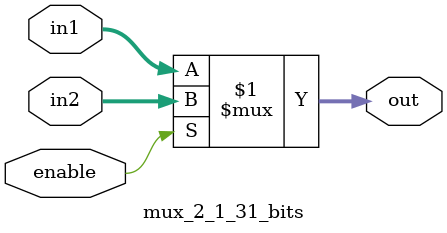
<source format=v>
module multdiv(data_operandA, data_operandB,
				ctrl_MULT, ctrl_DIV, clock, data_result, data_exception, data_resultRDY);
				
	input [31:0] data_operandA, data_operandB; 
	input ctrl_MULT, ctrl_DIV, clock;
	
	output [31:0] data_result;
	output data_exception, data_resultRDY; 
	
	wire [31:0] data_result_mult, data_result_div;
	wire data_exception_mult, data_exception_div, data_resultRDY_mult, data_resultRDY_div;
	
	wire [31:0] data_a, data_b; 
	
	register reg_a (
    .data_out(data_a),
	 .clock(~clock),
    .ctrl_writeEnable(ctrl_MULT || ctrl_DIV),
    .ctrl_reset(1'b0),
	 .data_in(data_operandA)
	);
	
	register reg_b (
    .data_out(data_b),
	 .clock(~clock),
    .ctrl_writeEnable(ctrl_MULT || ctrl_DIV),
    .ctrl_reset(1'b0),
	 .data_in(data_operandB)
	);
	
	mult m1 (.out(data_result_mult), .multiplicand(data_a), .multiplier(data_b), 
				.clock(clock), .ctrl_MULT(ctrl_MULT), .data_exception(data_exception_mult), 
				.data_resultRDY(data_resultRDY_mult));
	
	div d1 (.out(data_result_div), .dividend(data_a), .divisor(data_b), .clock(clock), 
				.ctrl_DIV(ctrl_DIV), .data_exception(data_exception_div), 
				.data_resultRDY(data_resultRDY_div));
				
	wire control_asserted;
	wire control_select;
	or o1(control_asserted, ctrl_MULT, ctrl_DIV);
	 
	//The output of this signals whether it's a multiplication
	dflipflop op_control (.d(~ctrl_MULT), .clk(clock), .clrn(1'b1), .prn(1'b1), .ena(control_asserted), .q(control_select));
	
	
	//or or_data_resultRDY (data_resultRDY, data_resultRDY_mult, data_resultRDY_div);
	
	mux_2_1 result_mux (.out(data_result), .in1(data_result_mult), .in2(data_result_div), .enable(control_select));
	mux_21_all_1bit data_exception_mux (.out(data_exception), .in1(data_exception_mult), .in2(data_exception_div), .enable(control_select));
	mux_21_all_1bit resultRDY_mux (.out(data_resultRDY), .in1(data_resultRDY_mult), .in2(data_resultRDY_div), .enable(control_select));

endmodule 

module mux_2_1_enable (out, in1, in2, select, enable);

	input [31:0] in1, in2;
	input select, enable;
	
	output [31:0] out;
	
	wire out1;
	assign out1 = select ? in2 : in1;
	
	assign out = enable ? out1 : 32'b0;

endmodule 

module mult (out, multiplicand, multiplier, clock, ctrl_MULT, data_exception, data_resultRDY);

	input[31:0] multiplicand, multiplier;
	input clock, ctrl_MULT;
	
	output[31:0] out;
	output data_exception, data_resultRDY;
	
	wire [63:0] product;
	
	wire doNothing, shift_one;
	wire [4:0] opcode;
	
	// ======================= Counter
	
	wire [15:0] counter_data;
	shift_register_8 counter (.out(data_resultRDY), .in(ctrl_MULT),
									.clock(clock), .clear(ctrl_MULT), .data(counter_data));
	
	// ======================== Shifted multiplicand
	
	wire [31:0] multiplicand_final;
	wire [31:0] shifted_multiplicand;
	assign shifted_multiplicand[31:1] = multiplicand[30:0];
	assign shifted_multiplicand[0] = 1'b0;
	
	mux_2_1 mux_shift_multiplicand (.out(multiplicand_final), .in1(multiplicand), 
				.in2(shifted_multiplicand), .enable(shift_one));
	
	wire [31:0] alu_input_2;
	mux_2_1 mux_do_nothing (.out(alu_input_2), .in1(multiplicand_final), .in2(32'b0), 
				.enable(doNothing));

	
	// ======================== Main ALU Stuff
	
	wire [31:0] alu_input_1;
	
	assign alu_input_1[31] = product[63];
	assign alu_input_1[30] = product[63];
	assign alu_input_1[29:0] = product[63:34];
	
	wire [31:0] alu_output;
	wire alu_overflow;
	wire placeholder;
	alu main_alu (.data_operandA(alu_input_1), .data_operandB(alu_input_2), .ctrl_ALUopcode(opcode),
					.ctrl_shiftamt(5'b00000), .data_result(alu_output), .isNotEqual(), 
					.isLessThan(), .overflow(alu_overflow), .carry_in(1'b0));
						
	product_module product1 (.in_from_alu(alu_output), .clock(clock), .data_out(product[63:32]), 
									.clear(ctrl_MULT));
	multiplier_module  multiplier1 (.data_out(product[31:0]), .clock(clock), .clear(1'b0), 
									.placeholder(placeholder), .product_in(product[33:32]), 
									.multiplier_in(multiplier), .first(ctrl_MULT));
	
	// ======================== Overflow (Data Exception)
	
	wire overflow_in, overflow_booth;
	or overflow_or (overflow_in, alu_overflow, overflow_booth);
	dflipflop oveflow_ff (.d(overflow_in), .clk(clock), .clrn(~clear), .prn(1'b1), .ena(1'b1), .q(overflow_booth));
	
	wire overflow_32;
	
	wire overflow_positive, overflow_negative;
	or or_overflow_positive (overflow_positive, product[63:34]);
	and and_overflow_negative (overflow_negative, product[63:34]);
	
	mux_21_all_1bit mux_pos_neg_overflow (.out(overflow_32), .in1(overflow_positive), .in2(overflow_negative), .enable(product[33]));
	wire isOverflow_32;
	xor xor_isOverflow (isOverflow_32, overflow_32, product[33]);
	
	wire is_data_exception;
	or isDataExcpetion (is_data_exception, isOverflow_32, overflow_booth);
	and and_exception (data_exception, is_data_exception, data_resultRDY);
	
	
	// ======================== ALU OpCode
	
	wire allZero, allOne;
	wire isSubtract, isAdd;
	and a1 (allZero, ~product[1], ~product[0], ~placeholder);
	and a2 (allOne, product[1], product[0], placeholder);
	or o1 (doNothing, allZero, allOne);
	
	and a3 (isSubtract, ~doNothing, product[1]);
	and a4 (isAdd, ~doNothing, ~product[1]);
	
	wire shift_one_sub, shift_one_add;
	and a5 (shift_one_sub, isSubtract, ~product[0], ~placeholder);
	and a6 (shift_one_add, isAdd, product[0], placeholder);
	or o2 (shift_one, shift_one_sub, shift_one_add);
	
	mux_2_1_5 opcode_mux (.out(opcode), .in1(5'b00000), .in2(5'b00001), .enable(isSubtract));
	
	// ========================= Final Product
	
	assign out[31:0] = product[33:2];

endmodule 

module mux_2_1_5 (out, in1, in2, enable);

	input [4:0] in1, in2;
	input enable;
	
	output [4:0] out;
	
	assign out = enable ? in2 : in1;

endmodule 

module div (out, dividend, divisor, clock, ctrl_DIV, data_exception, data_resultRDY);

	input [31:0] dividend, divisor;
	input clock, ctrl_DIV;
	
	output [31:0] out;
	output data_exception, data_resultRDY;

	wire [63:0] remainder_quotient;
	wire clear;
	assign clear = ctrl_DIV;
	
	// ======================= Counter
	
	wire [32:0] counter_data;
	shift_register_32 counter (.out(data_resultRDY), .in(ctrl_DIV),
									.clock(clock), .clear(ctrl_DIV), .data(counter_data));
	
	// ======================= Get positive value of divisor and dividend
	
	wire [31:0] divisor_final, dividend_final;
	
	wire [4:0] divisor_opcode;
	assign divisor_opcode[4:1] = 4'b0000;
	assign divisor_opcode[0] = divisor[31];
	alu alu_get_divisor (.data_operandA(32'b0), .data_operandB(divisor), .ctrl_ALUopcode(divisor_opcode),
				.ctrl_shiftamt(5'b00000), .data_result(divisor_final), .isNotEqual(), 
				.isLessThan(), .overflow(), .carry_in(1'b0));
	
	wire [4:0] dividend_opcode;
	assign dividend_opcode[4:1] = 4'b0000;
	assign dividend_opcode[0] = dividend[31];
	alu alu_get_dividend (.data_operandA(32'b0), .data_operandB(dividend), .ctrl_ALUopcode(dividend_opcode),
				.ctrl_shiftamt(5'b00000), .data_result(dividend_final), .isNotEqual(), 
				.isLessThan(), .overflow(), .carry_in(1'b0));
	
	
	// ======================= Data Exception (divide by zero)
	
	wire isDivideBy0;
	//or isDivisor0 (isDivideBy0, divisor0[31:0]);
	assign isDivideBy0 = ~|divisor[31:0];
	and and_exception (data_exception, isDivideBy0, data_resultRDY);

	// ======================= Main ALU
	
	wire [31:0] alu_input_1;
	assign alu_input_1[31:0] = remainder_quotient[63:32];
	
	wire [31:0] alu_output;
	wire alu_overflow;
	wire isLessThan;
	
	alu main_alu (.data_operandA(alu_input_1), .data_operandB(divisor_final), .ctrl_ALUopcode(5'b00001),
				.ctrl_shiftamt(5'b00000), .data_result(alu_output), .isNotEqual(), 
				.isLessThan(isLessThan), .overflow(alu_overflow), .carry_in(1'b0));
				
	remainder_module remainder_module (.in_from_alu(alu_output), .isLessThan(isLessThan), .clock(clock), 
										.data_out(remainder_quotient[63:32]), .clear(ctrl_DIV), 
										.from_quotient(remainder_quotient[31]));
										
	quotient_module quotient_module (.isLessThan(isLessThan), .first(ctrl_DIV), .clock(clock), 
										.data_out(remainder_quotient[31:0]), .clear(1'b0), .dividend(dividend_final));
										
	
	// ======================= Set output

	wire[4:0] quotient_opcode;
	assign quotient_opcode[4:1] = 4'b0000;
	xor quotient_sign_xor (quotient_opcode[0], dividend[31], divisor[31]);
	
	alu quotient_sign_alu (.data_operandA(32'b0), .data_operandB(remainder_quotient[31:0]), 
				.ctrl_ALUopcode(quotient_opcode), .ctrl_shiftamt(5'b00000), .data_result(out), 
				.isNotEqual(), .isLessThan(), .overflow(), .carry_in(1'b0));
				
	//assign out = remainder_quotient[31:0];
	

endmodule 

module multiplier_module (data_out, clock, clear, product_in, multiplier_in, first, placeholder);

	input [1:0] product_in;
	input [31:0] multiplier_in;
	input first, clock, clear;
	output [31:0] data_out;
	output placeholder;
	
	wire [31:0] from_product;
	wire to_placeholder;
	
	assign from_product[31] = product_in[1];
	assign from_product[30] = product_in[0];
	
	assign from_product[29:0] = data_out[31:2];
	assign to_placeholder = data_out[1];
	
	wire [31:0] data_in;
	wire data_in_placeholder;
	mux_2_1 m1 (.out(data_in), .in1(from_product), .in2(multiplier_in), .enable(first));
	mux_21_all_1bit m2 (.out(data_in_placeholder), .in1(to_placeholder), .in2(1'b0), .enable(first));
	
	genvar i;
	generate
	for (i=0; i<32; i=i+1) begin: loop1
		dflipflop d1 (.d(data_in[i]), .clk(clock), .clrn(~clear), .prn(1'b1), .ena(1'b1), .q(data_out[i]));
	end
	endgenerate
	
	dflipflop d_placeholder (.d(data_in_placeholder), .clk(clock), .clrn(~clear), .prn(1'b1), .ena(1'b1), .q(placeholder));

endmodule 

module product_module (in_from_alu, clock, data_out, clear);

	input [31:0] in_from_alu;
	input clock, clear;
	
	output [31:0] data_out;
	
	genvar i;
	generate
	for (i=0; i<32; i=i+1) begin: flipflops_loop
		dflipflop d1 (.d(in_from_alu[i]), .clk(clock), .clrn(~clear), .prn(1'b1), .ena(1'b1), .q(data_out[i]));
	end
	endgenerate

endmodule 

module quotient_module (isLessThan, first, clock, data_out, clear, dividend);

	input [31:0] dividend;
	input isLessThan, first, clock, clear;
	
	output [31:0] data_out;
	
	wire[31:0] data_in;
	
	wire[31:0] in1_for_mux;
	assign in1_for_mux[0] = ~isLessThan;
	assign in1_for_mux[31:1] = data_out[30:0];
	
	mux_2_1 m1 (.out(data_in), .in1(in1_for_mux), .in2(dividend), .enable(first));
	
	genvar i;
	generate
	for (i=0; i<32; i=i+1) begin: loop1
		dflipflop d1 (.d(data_in[i]), .clk(clock), .clrn(~clear), .prn(1'b1), .ena(1'b1), .q(data_out[i]));
	end
	endgenerate
	

endmodule 

module remainder_module (in_from_alu, isLessThan, clock, data_out, clear, from_quotient);

	input [31:0] in_from_alu;
	input isLessThan, clock, clear, from_quotient;
	
	output [31:0] data_out;

	wire[31:0] data_in;
	
	mux_2_1_31_bits m1 (.out(data_in[31:1]), .in1(in_from_alu[30:0]), 
							.in2(data_out[30:0]), .enable(isLessThan));
							
	dflipflop d0 (.d(from_quotient), .clk(clock), .clrn(~clear), .prn(1'b1), .ena(1'b1), .q(data_out[0]));
							
	genvar i;
	generate
	for (i=1; i<32; i=i+1) begin: loop1
		dflipflop d1 (.d(data_in[i]), .clk(clock), .clrn(~clear), .prn(1'b1), .ena(1'b1), .q(data_out[i]));
	end
	endgenerate

endmodule 

module shift_left_1 (out, in);

	input [15:0] in;
	output [15:0] out;
	
	assign out[15] = in[14];
	assign out[14] = in[13];
	assign out[13] = in[12];
	assign out[12] = in[11];
	assign out[11] = in[10];
	assign out[10] = in[9];
	assign out[9] = in[8];
	assign out[8] = in[7];
	assign out[7] = in[6];
	assign out[6] = in[5];
	assign out[5] = in[4];
	assign out[4] = in[3];
	assign out[3] = in[2];
	assign out[2] = in[1];
	assign out[1] = in[0];
	assign out[0] = 1'b0;
	
endmodule 

module shift_register_16 (out, in, clock, clear, data);

	input in, clock, clear;
	
	output out;
	
	output [15:0] data;
	
	dflipflop din (.d(in), .clk(clock), .clrn(1'b1), .prn(1'b1), .ena(1'b1), .q(data[0]));
	
	genvar i;
	generate
	for (i=1; i<=15; i=i+1) begin: loop1
		dflipflop d1 (.d(data[i-1]), .clk(clock), .clrn(~clear), .prn(1'b1), .ena(1'b1), .q(data[i]));
	end
	endgenerate
	
	dflipflop dout (.d(data[15]), .clk(clock), .clrn(~clear), .prn(1'b1), .ena(1'b1), .q(out));

endmodule 

module shift_register_32 (out, in, clock, clear, data);

	input in, clock, clear;
	
	output out;
	
	output [32:0] data;
	
	dflipflop din (.d(in), .clk(clock), .clrn(1'b1), .prn(1'b1), .ena(1'b1), .q(data[0]));
	
	genvar i;
	generate
	for (i=1; i<=32; i=i+1) begin: loop1
		dflipflop d1 (.d(data[i-1]), .clk(clock), .clrn(~clear), .prn(1'b1), .ena(1'b1), .q(data[i]));
	end
	endgenerate
	
	dflipflop dout (.d(data[32]), .clk(clock), .clrn(~clear), .prn(1'b1), .ena(1'b1), .q(out));

endmodule 

module shift_register_8 (out, in, clock, clear, data);

	input in, clock, clear;
	
	output out;
	
	output [15:0] data;
	
	dflipflop din (.d(in), .clk(clock), .clrn(1'b1), .prn(1'b1), .ena(1'b1), .q(data[0]));
	
	genvar i;
	generate
	for (i=1; i<=15; i=i+1) begin: loop1
		dflipflop d1 (.d(data[i-1]), .clk(clock), .clrn(~clear), .prn(1'b1), .ena(1'b1), .q(data[i]));
	end
	endgenerate
	
	dflipflop dout (.d(data[15]), .clk(clock), .clrn(~clear), .prn(1'b1), .ena(1'b1), .q(out));

endmodule 

module mux_2_1_15_bits (out, in1, in2, enable);

	input [14:0] in1, in2;
	input enable;
	
	output [14:0] out;
	
	assign out = enable ? in2 : in1;

endmodule 

module mux_2_1_31_bits (out, in1, in2, enable);

	input [30:0] in1, in2;
	input enable;
	
	output [30:0] out;
	
	assign out = enable ? in2 : in1;

endmodule 
</source>
